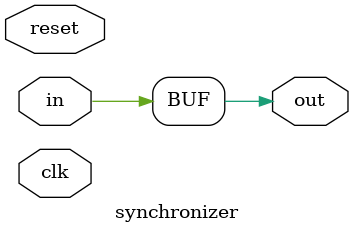
<source format=v>
`ifndef _inc_synchronizer_
`define _inc_synchronizer_

`include "debug_tasks.v"

module synchronizer (
		input clk,
		input reset,
		input in,
		output out
	);

	parameter STAGES = 0;

	assign out = (STAGES>0) ? flops[STAGES-1] : in;

	reg [STAGES-1:0] flops;

	always @(posedge clk or posedge reset) begin

		if (reset) begin

			flops <= 0;

		end else begin

			if (STAGES>0)
				flops[0] <= in;

			if (STAGES>1)
				flops[STAGES-1:1] <= flops[STAGES-2:0];

		end

	end

endmodule

`endif

</source>
